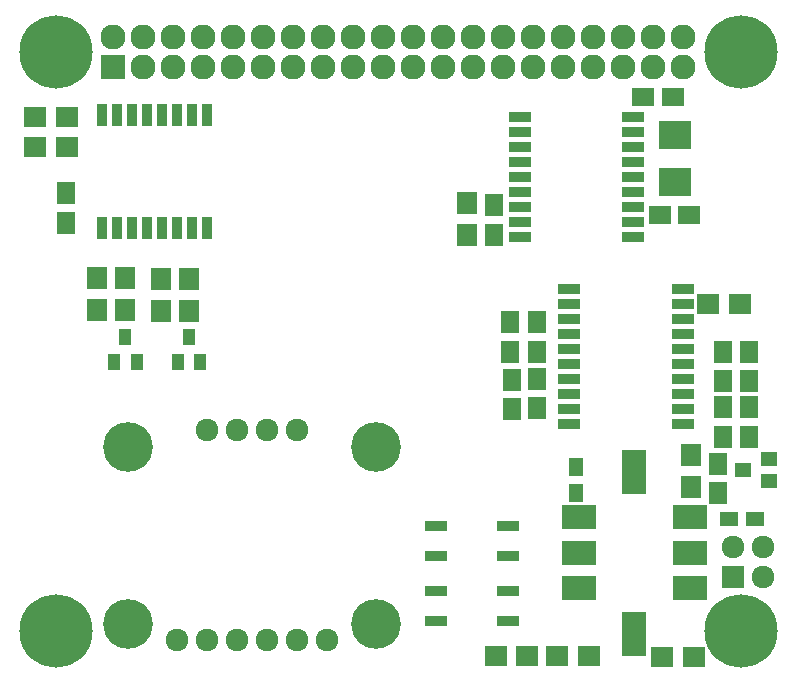
<source format=gts>
G04 #@! TF.FileFunction,Soldermask,Top*
%FSLAX46Y46*%
G04 Gerber Fmt 4.6, Leading zero omitted, Abs format (unit mm)*
G04 Created by KiCad (PCBNEW 4.0.4+e1-6308~48~ubuntu15.10.1-stable) date Sun Apr 23 18:13:47 2017*
%MOMM*%
%LPD*%
G01*
G04 APERTURE LIST*
%ADD10C,0.100000*%
%ADD11R,1.650000X1.900000*%
%ADD12R,1.900000X1.650000*%
%ADD13R,1.400760X1.200100*%
%ADD14C,6.200000*%
%ADD15R,0.999440X1.400760*%
%ADD16R,1.900000X1.700000*%
%ADD17R,1.700000X1.900000*%
%ADD18R,1.830020X0.951180*%
%ADD19R,0.951180X1.830020*%
%ADD20R,2.800000X2.400000*%
%ADD21R,1.600000X1.300000*%
%ADD22R,1.300000X1.600000*%
%ADD23R,1.924000X1.924000*%
%ADD24C,1.924000*%
%ADD25R,2.127200X2.127200*%
%ADD26O,2.127200X2.127200*%
%ADD27R,1.924000X0.908000*%
%ADD28R,2.050000X3.830000*%
%ADD29R,2.940000X2.050000*%
%ADD30C,4.210000*%
G04 APERTURE END LIST*
D10*
D11*
X171500000Y-97450000D03*
X171500000Y-94950000D03*
X171500000Y-92750000D03*
X171500000Y-90250000D03*
X173700000Y-97450000D03*
X173700000Y-94950000D03*
X173700000Y-92750000D03*
X173700000Y-90250000D03*
D12*
X168650000Y-78700000D03*
X166150000Y-78700000D03*
D11*
X155800000Y-95050000D03*
X155800000Y-92550000D03*
X155800000Y-90250000D03*
X155800000Y-87750000D03*
D12*
X167250000Y-68700000D03*
X164750000Y-68700000D03*
D11*
X153600000Y-95150000D03*
X153600000Y-92650000D03*
X153500000Y-90250000D03*
X153500000Y-87750000D03*
X152100000Y-80350000D03*
X152100000Y-77850000D03*
D13*
X173200180Y-100300000D03*
X175399820Y-99347500D03*
X175399820Y-101252500D03*
D14*
X114998000Y-113919000D03*
X114998000Y-64919000D03*
X172998000Y-64919000D03*
X172998000Y-113919000D03*
D15*
X119947500Y-91156640D03*
X120900000Y-89043360D03*
X121852500Y-91156640D03*
X125347500Y-91156640D03*
X126300000Y-89043360D03*
X127252500Y-91156640D03*
D16*
X157450000Y-116000000D03*
X160150000Y-116000000D03*
X152250000Y-116000000D03*
X154950000Y-116000000D03*
X170250000Y-86200000D03*
X172950000Y-86200000D03*
D17*
X120900000Y-86750000D03*
X120900000Y-84050000D03*
X118500000Y-84050000D03*
X118500000Y-86750000D03*
X126300000Y-86850000D03*
X126300000Y-84150000D03*
X123900000Y-84150000D03*
X123900000Y-86850000D03*
X149800000Y-80350000D03*
X149800000Y-77650000D03*
D16*
X169050000Y-116100000D03*
X166350000Y-116100000D03*
D17*
X168800000Y-99050000D03*
X168800000Y-101750000D03*
D18*
X163910760Y-80580000D03*
X163910760Y-79310000D03*
X163910760Y-78040000D03*
X163910760Y-76770000D03*
X163910760Y-75500000D03*
X163910760Y-74230000D03*
X163910760Y-72960000D03*
X163910760Y-71690000D03*
X163910760Y-70420000D03*
X154289240Y-70420000D03*
X154289240Y-71690000D03*
X154289240Y-72960000D03*
X154289240Y-74230000D03*
X154289240Y-75500000D03*
X154289240Y-76770000D03*
X154289240Y-78040000D03*
X154289240Y-79310000D03*
X154289240Y-80580000D03*
D19*
X118955000Y-79810760D03*
X120225000Y-79810760D03*
X121495000Y-79810760D03*
X122765000Y-79810760D03*
X124035000Y-79810760D03*
X125305000Y-79810760D03*
X126575000Y-79810760D03*
X127845000Y-79810760D03*
X127845000Y-70189240D03*
X126575000Y-70189240D03*
X125305000Y-70189240D03*
X124035000Y-70189240D03*
X122765000Y-70189240D03*
X121495000Y-70189240D03*
X120225000Y-70189240D03*
X118955000Y-70189240D03*
D20*
X167400000Y-75900000D03*
X167400000Y-71900000D03*
D21*
X172000000Y-104400000D03*
X174200000Y-104400000D03*
D22*
X159100000Y-102200000D03*
X159100000Y-100000000D03*
D23*
X172330000Y-109370000D03*
D24*
X172330000Y-106830000D03*
X174870000Y-109370000D03*
X174870000Y-106830000D03*
D18*
X158489240Y-84985000D03*
X158489240Y-86255000D03*
X158489240Y-87525000D03*
X158489240Y-88795000D03*
X158489240Y-90065000D03*
X158489240Y-91335000D03*
X158489240Y-92605000D03*
X158489240Y-93875000D03*
X158489240Y-95145000D03*
X158489240Y-96415000D03*
X168110760Y-96415000D03*
X168110760Y-95145000D03*
X168110760Y-93875000D03*
X168110760Y-92605000D03*
X168110760Y-91335000D03*
X168110760Y-90065000D03*
X168110760Y-88795000D03*
X168110760Y-87525000D03*
X168110760Y-86255000D03*
X168110760Y-84985000D03*
D11*
X115849000Y-76842300D03*
X115849000Y-79342300D03*
D16*
X113293000Y-70434200D03*
X115993000Y-70434200D03*
X113255000Y-72923400D03*
X115955000Y-72923400D03*
D11*
X171100000Y-99750000D03*
X171100000Y-102250000D03*
D25*
X119868000Y-66189000D03*
D26*
X119868000Y-63649000D03*
X122408000Y-66189000D03*
X122408000Y-63649000D03*
X124948000Y-66189000D03*
X124948000Y-63649000D03*
X127488000Y-66189000D03*
X127488000Y-63649000D03*
X130028000Y-66189000D03*
X130028000Y-63649000D03*
X132568000Y-66189000D03*
X132568000Y-63649000D03*
X135108000Y-66189000D03*
X135108000Y-63649000D03*
X137648000Y-66189000D03*
X137648000Y-63649000D03*
X140188000Y-66189000D03*
X140188000Y-63649000D03*
X142728000Y-66189000D03*
X142728000Y-63649000D03*
X145268000Y-66189000D03*
X145268000Y-63649000D03*
X147808000Y-66189000D03*
X147808000Y-63649000D03*
X150348000Y-66189000D03*
X150348000Y-63649000D03*
X152888000Y-66189000D03*
X152888000Y-63649000D03*
X155428000Y-66189000D03*
X155428000Y-63649000D03*
X157968000Y-66189000D03*
X157968000Y-63649000D03*
X160508000Y-66189000D03*
X160508000Y-63649000D03*
X163048000Y-66189000D03*
X163048000Y-63649000D03*
X165588000Y-66189000D03*
X165588000Y-63649000D03*
X168128000Y-66189000D03*
X168128000Y-63649000D03*
D27*
X147200000Y-105000000D03*
X147200000Y-107540000D03*
X153296000Y-107540000D03*
X153296000Y-105000000D03*
X147200000Y-110500000D03*
X147200000Y-113040000D03*
X153296000Y-113040000D03*
X153296000Y-110500000D03*
D28*
X164000000Y-100415000D03*
X164000000Y-114185000D03*
D29*
X159300000Y-110300000D03*
X168700000Y-110300000D03*
X159300000Y-107300000D03*
X168700000Y-107300000D03*
X159300000Y-104300000D03*
X168700000Y-104300000D03*
D24*
X132870000Y-96910000D03*
X135410000Y-96910000D03*
X130330000Y-96910000D03*
X127790000Y-96910000D03*
X132870000Y-114690000D03*
X135410000Y-114690000D03*
X137950000Y-114690000D03*
X130330000Y-114690000D03*
X127790000Y-114690000D03*
X125250000Y-114690000D03*
D30*
X142090200Y-98307000D03*
X142090200Y-113293000D03*
X121109800Y-98307000D03*
X121109800Y-113293000D03*
M02*

</source>
